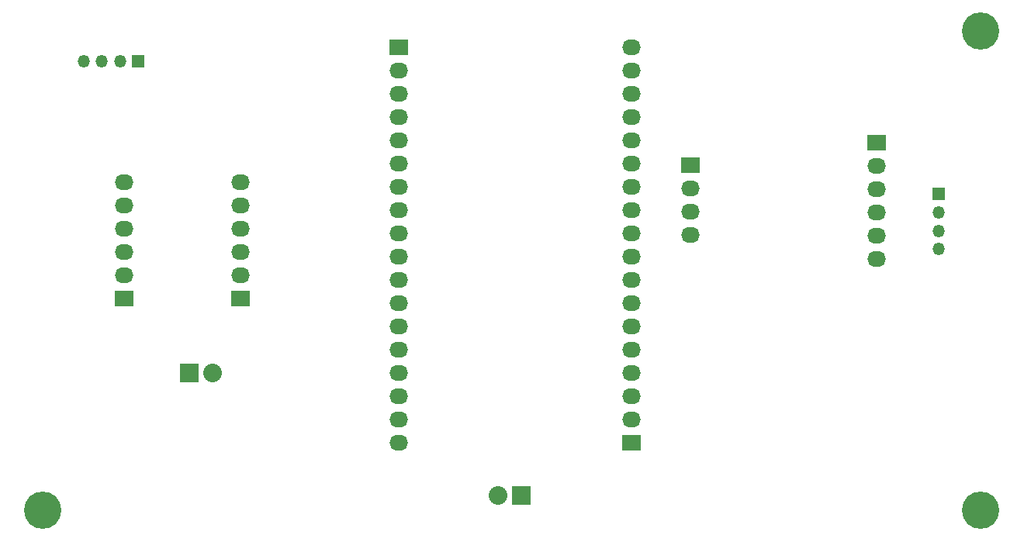
<source format=gbr>
G04 #@! TF.FileFunction,Copper,L1,Top,Signal*
%FSLAX46Y46*%
G04 Gerber Fmt 4.6, Leading zero omitted, Abs format (unit mm)*
G04 Created by KiCad (PCBNEW 4.0.2+dfsg1-stable) date Fri 02 Mar 2018 05:51:11 PM -05*
%MOMM*%
G01*
G04 APERTURE LIST*
%ADD10C,0.100000*%
%ADD11R,2.032000X1.727200*%
%ADD12O,2.032000X1.727200*%
%ADD13R,2.032000X2.032000*%
%ADD14O,2.032000X2.032000*%
%ADD15R,1.350000X1.350000*%
%ADD16O,1.350000X1.350000*%
%ADD17C,4.064000*%
G04 APERTURE END LIST*
D10*
D11*
X104648000Y-83312000D03*
D12*
X104648000Y-80772000D03*
X104648000Y-78232000D03*
X104648000Y-75692000D03*
X104648000Y-73152000D03*
X104648000Y-70612000D03*
D11*
X166420800Y-68732400D03*
D12*
X166420800Y-71272400D03*
X166420800Y-73812400D03*
X166420800Y-76352400D03*
D11*
X186753500Y-66230500D03*
D12*
X186753500Y-68770500D03*
X186753500Y-71310500D03*
X186753500Y-73850500D03*
X186753500Y-76390500D03*
X186753500Y-78930500D03*
D11*
X117348000Y-83312000D03*
D12*
X117348000Y-80772000D03*
X117348000Y-78232000D03*
X117348000Y-75692000D03*
X117348000Y-73152000D03*
X117348000Y-70612000D03*
D13*
X147955000Y-104775000D03*
D14*
X145415000Y-104775000D03*
D13*
X111760000Y-91440000D03*
D14*
X114300000Y-91440000D03*
D11*
X134620000Y-55880000D03*
D12*
X134620000Y-58420000D03*
X134620000Y-60960000D03*
X134620000Y-63500000D03*
X134620000Y-66040000D03*
X134620000Y-68580000D03*
X134620000Y-71120000D03*
X134620000Y-73660000D03*
X134620000Y-76200000D03*
X134620000Y-78740000D03*
X134620000Y-81280000D03*
X134620000Y-83820000D03*
X134620000Y-86360000D03*
X134620000Y-88900000D03*
X134620000Y-91440000D03*
X134620000Y-93980000D03*
X134620000Y-96520000D03*
X134620000Y-99060000D03*
D11*
X160020000Y-99060000D03*
D12*
X160020000Y-96520000D03*
X160020000Y-93980000D03*
X160020000Y-91440000D03*
X160020000Y-88900000D03*
X160020000Y-86360000D03*
X160020000Y-83820000D03*
X160020000Y-81280000D03*
X160020000Y-78740000D03*
X160020000Y-76200000D03*
X160020000Y-73660000D03*
X160020000Y-71120000D03*
X160020000Y-68580000D03*
X160020000Y-66040000D03*
X160020000Y-63500000D03*
X160020000Y-60960000D03*
X160020000Y-58420000D03*
X160020000Y-55880000D03*
D15*
X106172000Y-57404000D03*
D16*
X104172000Y-57404000D03*
X102172000Y-57404000D03*
X100172000Y-57404000D03*
D15*
X193548000Y-71882000D03*
D16*
X193548000Y-73882000D03*
X193548000Y-75882000D03*
X193548000Y-77882000D03*
D17*
X198120000Y-54102000D03*
X198120000Y-106426000D03*
X95758000Y-106426000D03*
M02*

</source>
